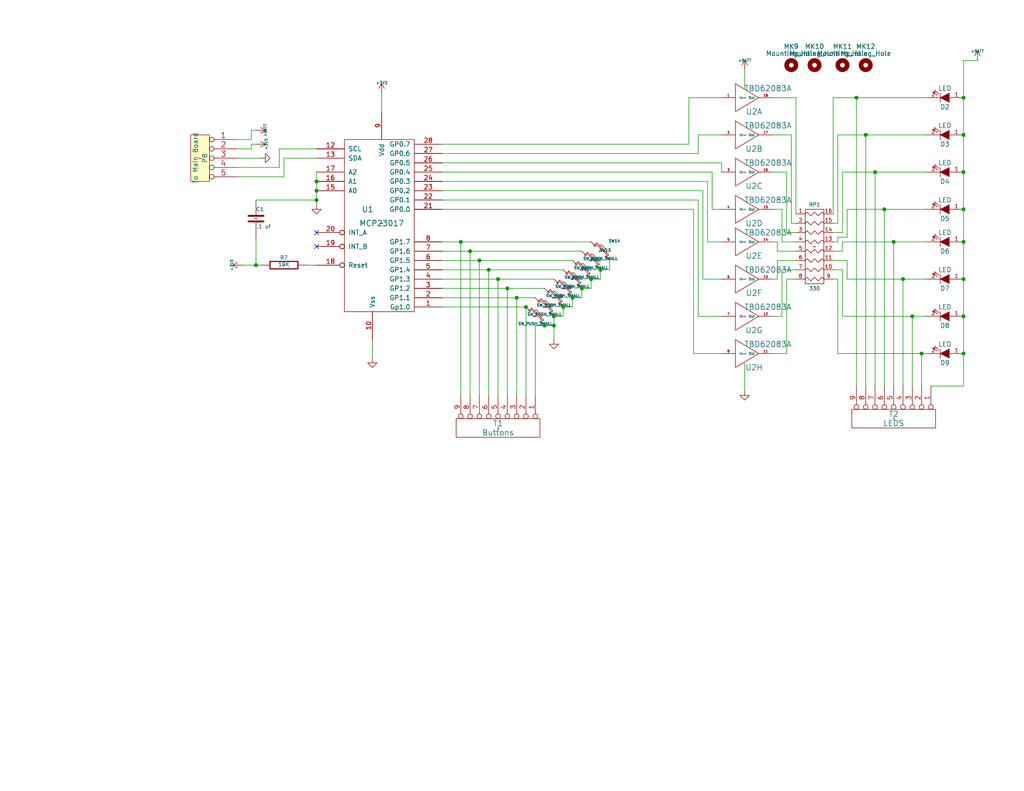
<source format=kicad_sch>
(kicad_sch (version 20211123) (generator eeschema)
  (paper "USLetter")
  (title_block (title "ESP32-S3-WROOM-ControlStand") (date "2022-07-25") (rev "1.0") (company "Deepwoods Software") (comment 1 "Button Led Panel 1"))
  (lib_symbols
    (symbol "ESP32-S3-WROOM-ControlStand-rescue:+3.3V" (power) (pin_names (offset 0))
      (property "Value" "+3.3V" (at 0 3.556 0))
      (symbol "+3.3V_0_1"
        (polyline (pts (xy -0.762 1.27) (xy 0 2.54)))
        (polyline (pts (xy 0 0) (xy 0 2.54)))
        (polyline (pts (xy 0 2.54) (xy 0.762 1.27)))
      )
      (symbol "+3.3V_1_1"
        (pin power_in line (at 0 0 90) (length 0) hide (name "+3V3") (number "1"))
      )
    )
    (symbol "ESP32-S3-WROOM-ControlStand-rescue:+BATT" (power) (pin_names (offset 0))
      (property "Value" "+BATT" (at 0 3.556 0))
      (symbol "+BATT_0_1"
        (polyline (pts (xy -0.762 1.27) (xy 0 2.54)))
        (polyline (pts (xy 0 0) (xy 0 2.54)))
        (polyline (pts (xy 0 2.54) (xy 0.762 1.27)))
      )
      (symbol "+BATT_1_1"
        (pin power_in line (at 0 0 90) (length 0) hide (name "+BATT") (number "1"))
      )
    )
    (symbol "ESP32-S3-WROOM-ControlStand-rescue:C-RESCUE-ESP32ControlStand" (pin_numbers hide) (pin_names (offset 0.254))
      (property "Reference" "C" (at 0 2.54 0))
      (property "Value" "C-RESCUE-ESP32ControlStand" (at 0.1524 -2.159 0))
      (symbol "C-RESCUE-ESP32ControlStand_0_1"
        (polyline (pts (xy -2.032 -0.762) (xy 2.032 -0.762)) (stroke (width 0.508)))
        (polyline (pts (xy -2.032 0.762) (xy 2.032 0.762)) (stroke (width 0.508)))
      )
      (symbol "C-RESCUE-ESP32ControlStand_1_1"
        (pin passive line (at 0 5.08 270) (length 4.318) (name "~") (number "1"))
        (pin passive line (at 0 -5.08 90) (length 4.318) (name "~") (number "2"))
      )
    )
    (symbol "ESP32-S3-WROOM-ControlStand-rescue:CONN_5" (pin_names (offset 1.016))
      (property "Reference" "P" (at -1.27 0 90))
      (property "Value" "CONN_5" (at 1.27 0 90))
      (symbol "CONN_5_0_1"
        (rectangle (start -2.54 6.35) (end 2.54 -6.35) (fill (type background)))
      )
      (symbol "CONN_5_1_1"
        (pin passive inverted (at -10.16 5.08 0) (length 7.62) (name "~") (number "1"))
        (pin passive inverted (at -10.16 2.54 0) (length 7.62) (name "~") (number "2"))
        (pin passive inverted (at -10.16 0 0) (length 7.62) (name "~") (number "3"))
        (pin passive inverted (at -10.16 -2.54 0) (length 7.62) (name "~") (number "4"))
        (pin passive inverted (at -10.16 -5.08 0) (length 7.62) (name "~") (number "5"))
      )
    )
    (symbol "ESP32-S3-WROOM-ControlStand-rescue:CONN_9" (pin_names (offset 1.016) hide)
      (property "Reference" "P" (at -1.27 0 90))
      (property "Value" "CONN_9" (at 1.27 0 90))
      (symbol "CONN_9_0_1"
        (rectangle (start -2.54 11.43) (end 2.54 -11.43))
      )
      (symbol "CONN_9_1_1"
        (pin passive inverted (at -8.89 10.16 0) (length 6.35) (name "P1") (number "1"))
        (pin passive inverted (at -8.89 7.62 0) (length 6.35) (name "P2") (number "2"))
        (pin passive inverted (at -8.89 5.08 0) (length 6.35) (name "P3") (number "3"))
        (pin passive inverted (at -8.89 2.54 0) (length 6.35) (name "P4") (number "4"))
        (pin passive inverted (at -8.89 0 0) (length 6.35) (name "P5") (number "5"))
        (pin passive inverted (at -8.89 -2.54 0) (length 6.35) (name "P6") (number "6"))
        (pin passive inverted (at -8.89 -5.08 0) (length 6.35) (name "P7") (number "7"))
        (pin passive inverted (at -8.89 -7.62 0) (length 6.35) (name "P8") (number "8"))
        (pin passive inverted (at -8.89 -10.16 0) (length 6.35) (name "P9") (number "9"))
      )
    )
    (symbol "ESP32-S3-WROOM-ControlStand-rescue:GND" (power) (pin_names (offset 0))
      (property "Value" "GND" (at 0 -3.81 0))
      (symbol "GND_0_1"
        (polyline (pts (xy 0 0) (xy 0 -1.27) (xy 1.27 -1.27) (xy 0 -2.54) (xy -1.27 -1.27) (xy 0 -1.27)))
      )
      (symbol "GND_1_1"
        (pin power_in line (at 0 0 270) (length 0) hide (name "GND") (number "1"))
      )
    )
    (symbol "ESP32-S3-WROOM-ControlStand-rescue:LED-RESCUE-ESP32ControlStand" (pin_names (offset 1.016) hide)
      (property "Reference" "D" (at 0 2.54 0))
      (property "Value" "LED-RESCUE-ESP32ControlStand" (at 0 -2.54 0))
      (symbol "LED-RESCUE-ESP32ControlStand_0_1"
        (polyline (pts (xy 1.27 1.27) (xy 1.27 -1.27)))
        (polyline (pts (xy -1.27 1.27) (xy 1.27 0) (xy -1.27 -1.27)) (fill (type outline)))
        (polyline (pts (xy 1.651 -1.016) (xy 2.794 -2.032) (xy 2.667 -1.397)))
        (polyline (pts (xy 2.032 -0.635) (xy 3.175 -1.651) (xy 3.048 -1.016)))
      )
      (symbol "LED-RESCUE-ESP32ControlStand_1_1"
        (pin passive line (at -5.08 0 0) (length 3.81) (name "A") (number "1"))
        (pin passive line (at 5.08 0 180) (length 3.81) (name "K") (number "2"))
      )
    )
    (symbol "ESP32-S3-WROOM-ControlStand-rescue:MCP23017-RESCUE-ESP32ControlStand" (pin_names (offset 1.016))
      (property "Reference" "U" (at -3.81 3.81 0))
      (property "Value" "MCP23017-RESCUE-ESP32ControlStand" (at 0 0 0))
      (symbol "MCP23017-RESCUE-ESP32ControlStand_0_1"
        (rectangle (start -10.16 22.86) (end 8.89 -24.13))
      )
      (symbol "MCP23017-RESCUE-ESP32ControlStand_1_1"
        (pin bidirectional line (at 16.51 -22.86 180) (length 7.62) (name "Gp1.0") (number "1"))
        (pin power_in line (at -2.54 -31.75 90) (length 7.62) (name "Vss") (number "10"))
        (pin input line (at -17.78 20.32 0) (length 7.62) (name "SCL") (number "12"))
        (pin bidirectional line (at -17.78 17.78 0) (length 7.62) (name "SDA") (number "13"))
        (pin input line (at -17.78 8.89 0) (length 7.62) (name "A0") (number "15"))
        (pin input line (at -17.78 11.43 0) (length 7.62) (name "A1") (number "16"))
        (pin input line (at -17.78 13.97 0) (length 7.62) (name "A2") (number "17"))
        (pin output inverted (at -17.78 -11.43 0) (length 7.62) (name "Reset") (number "18"))
        (pin output inverted (at -17.78 -6.35 0) (length 7.62) (name "INT_B") (number "19"))
        (pin bidirectional line (at 16.51 -20.32 180) (length 7.62) (name "GP1.1") (number "2"))
        (pin output inverted (at -17.78 -2.54 0) (length 7.62) (name "INT_A") (number "20"))
        (pin bidirectional line (at 16.51 3.81 180) (length 7.62) (name "GP0.0") (number "21"))
        (pin bidirectional line (at 16.51 6.35 180) (length 7.62) (name "GP0.1") (number "22"))
        (pin bidirectional line (at 16.51 8.89 180) (length 7.62) (name "GP0.2") (number "23"))
        (pin bidirectional line (at 16.51 11.43 180) (length 7.62) (name "GP0.3") (number "24"))
        (pin bidirectional line (at 16.51 13.97 180) (length 7.62) (name "GP0.4") (number "25"))
        (pin bidirectional line (at 16.51 16.51 180) (length 7.62) (name "GP0.5") (number "26"))
        (pin bidirectional line (at 16.51 19.05 180) (length 7.62) (name "GP0.6") (number "27"))
        (pin bidirectional line (at 16.51 21.59 180) (length 7.62) (name "GP0.7") (number "28"))
        (pin bidirectional line (at 16.51 -17.78 180) (length 7.62) (name "GP1.2") (number "3"))
        (pin bidirectional line (at 16.51 -15.24 180) (length 7.62) (name "GP1.3") (number "4"))
        (pin bidirectional line (at 16.51 -12.7 180) (length 7.62) (name "GP1.4") (number "5"))
        (pin bidirectional line (at 16.51 -10.16 180) (length 7.62) (name "GP1.5") (number "6"))
        (pin bidirectional line (at 16.51 -7.62 180) (length 7.62) (name "GP1.6") (number "7"))
        (pin bidirectional line (at 16.51 -5.08 180) (length 7.62) (name "GP1.7") (number "8"))
        (pin power_in line (at 0 30.48 270) (length 7.62) (name "Vdd") (number "9"))
      )
    )
    (symbol "ESP32-S3-WROOM-ControlStand-rescue:Mounting_Hole" (pin_names (offset 1.016))
      (property "Reference" "MK" (at 0 5.08 0))
      (property "Value" "Mounting_Hole" (at 0 3.175 0))
      (symbol "Mounting_Hole_0_1"
        (circle (center 0 0) (radius 1.27) (stroke (width 1.27)))
      )
    )
    (symbol "ESP32-S3-WROOM-ControlStand-rescue:R-RESCUE-ESP32ControlStand" (pin_numbers hide) (pin_names (offset 0))
      (property "Reference" "R" (at 2.032 0 90))
      (property "Value" "R-RESCUE-ESP32ControlStand" (at 0.1778 0.0254 90))
      (symbol "R-RESCUE-ESP32ControlStand_0_1"
        (rectangle (start -1.016 3.81) (end 1.016 -3.81) (stroke (width 0.3048)))
      )
      (symbol "R-RESCUE-ESP32ControlStand_1_1"
        (pin passive line (at 0 6.35 270) (length 2.54) (name "~") (number "1"))
        (pin passive line (at 0 -6.35 90) (length 2.54) (name "~") (number "2"))
      )
    )
    (symbol "ESP32-S3-WROOM-ControlStand-rescue:R_PACK8" (pin_names hide)
      (property "Reference" "RP" (at 0 11.43 0))
      (property "Value" "R_PACK8" (at 0 -11.43 0))
      (symbol "R_PACK8_0_1"
        (rectangle (start -2.54 10.16) (end 2.54 -10.16))
        (polyline (pts (xy -2.54 -8.89) (xy -2.032 -8.382) (xy -1.016 -9.398) (xy 0 -8.382) (xy 1.016 -9.398) (xy 2.032 -8.382) (xy 2.54 -8.89)))
        (polyline (pts (xy -2.54 -6.35) (xy -2.032 -5.842) (xy -1.016 -6.858) (xy 0 -5.842) (xy 1.016 -6.858) (xy 2.032 -5.842) (xy 2.54 -6.35)))
        (polyline (pts (xy -2.54 -3.81) (xy -2.032 -3.302) (xy -1.016 -4.318) (xy 0 -3.302) (xy 1.016 -4.318) (xy 2.032 -3.302) (xy 2.54 -3.81)))
        (polyline (pts (xy -2.54 -1.27) (xy -2.032 -0.762) (xy -1.016 -1.778) (xy 0 -0.762) (xy 1.016 -1.778) (xy 2.032 -0.762) (xy 2.54 -1.27)))
        (polyline (pts (xy -2.54 1.27) (xy -2.032 1.778) (xy -1.016 0.762) (xy 0 1.778) (xy 1.016 0.762) (xy 2.032 1.778) (xy 2.54 1.27)))
        (polyline (pts (xy -2.54 3.81) (xy -2.032 4.318) (xy -1.016 3.302) (xy 0 4.318) (xy 1.016 3.302) (xy 2.032 4.318) (xy 2.54 3.81)))
        (polyline (pts (xy -2.54 6.35) (xy -2.032 6.858) (xy -1.016 5.842) (xy 0 6.858) (xy 1.016 5.842) (xy 2.032 6.858) (xy 2.54 6.35)))
        (polyline (pts (xy -2.54 8.89) (xy -2.032 9.398) (xy -1.016 8.382) (xy 0 9.398) (xy 1.016 8.382) (xy 2.032 9.398) (xy 2.54 8.89)))
      )
      (symbol "R_PACK8_1_1"
        (pin passive line (at -5.08 8.89 0) (length 2.54) (name "P1") (number "1"))
        (pin passive line (at 5.08 -6.35 180) (length 2.54) (name "R7") (number "10"))
        (pin passive line (at 5.08 -3.81 180) (length 2.54) (name "R6") (number "11"))
        (pin passive line (at 5.08 -1.27 180) (length 2.54) (name "R5") (number "12"))
        (pin passive line (at 5.08 1.27 180) (length 2.54) (name "R4") (number "13"))
        (pin passive line (at 5.08 3.81 180) (length 2.54) (name "R3") (number "14"))
        (pin passive line (at 5.08 6.35 180) (length 2.54) (name "R2") (number "15"))
        (pin passive line (at 5.08 8.89 180) (length 2.54) (name "R1") (number "16"))
        (pin passive line (at -5.08 6.35 0) (length 2.54) (name "P2") (number "2"))
        (pin passive line (at -5.08 3.81 0) (length 2.54) (name "P3") (number "3"))
        (pin passive line (at -5.08 1.27 0) (length 2.54) (name "P4") (number "4"))
        (pin passive line (at -5.08 -1.27 0) (length 2.54) (name "P5") (number "5"))
        (pin passive line (at -5.08 -3.81 0) (length 2.54) (name "P6") (number "6"))
        (pin passive line (at -5.08 -6.35 0) (length 2.54) (name "P7") (number "7"))
        (pin passive line (at -5.08 -8.89 0) (length 2.54) (name "P8") (number "8"))
        (pin passive line (at 5.08 -8.89 180) (length 2.54) (name "R8") (number "9"))
      )
    )
    (symbol "ESP32-S3-WROOM-ControlStand-rescue:SW_PUSH_SMALL" (pin_numbers hide) (pin_names (offset 1.016) hide)
      (property "Reference" "SW" (at 3.81 2.794 0))
      (property "Value" "SW_PUSH_SMALL" (at 0 -2.0066 0))
      (symbol "SW_PUSH_SMALL_0_1"
        (circle (center -1.524 1.524) (radius 0.254))
        (polyline (pts (xy -2.54 2.54) (xy -1.524 1.524) (xy -1.524 1.524)))
        (polyline (pts (xy 1.524 -1.524) (xy 2.54 -2.54) (xy 2.54 -2.54) (xy 2.54 -2.54)))
        (polyline (pts (xy -0.254 1.524) (xy 0.254 1.778) (xy 1.778 0.254) (xy 1.524 -0.254) (xy 1.524 -0.254) (xy 1.524 -0.254)))
        (polyline (pts (xy -1.27 2.032) (xy 2.032 -1.27) (xy 2.286 -1.016) (xy -1.016 2.286) (xy -1.27 2.032) (xy -1.27 2.032) (xy -1.27 2.032)))
        (circle (center 1.524 -1.524) (radius 0.254))
        (pin passive line (at -2.54 2.54 0) (length 0) (name "1") (number "1"))
        (pin passive line (at 2.54 -2.54 180) (length 0) (name "2") (number "2"))
      )
    )
    (symbol "ESP32-S3-WROOM-ControlStand-rescue:TBD62083A" (pin_names (offset 1.016))
      (property "Reference" "U" (at 2.54 -3.81 0))
      (property "Value" "TBD62083A" (at 6.35 2.54 0))
      (symbol "TBD62083A_0_1"
        (polyline (pts (xy -2.54 3.81) (xy 3.81 0) (xy -2.54 -3.81) (xy -2.54 3.81)))
        (pin unspecified line (at 0 2.54 0) (length 0) hide (name "OC") (number "10"))
        (pin unspecified line (at 0 -2.54 0) (length 0) hide (name "IC") (number "9"))
      )
      (symbol "TBD62083A_1_1"
        (pin input line (at -6.35 0 0) (length 3.81) (name "In") (number "1"))
        (pin output line (at 7.62 0 180) (length 3.81) (name "Out") (number "18"))
      )
      (symbol "TBD62083A_2_1"
        (pin output line (at 7.62 0 180) (length 3.81) (name "Out") (number "17"))
        (pin input line (at -6.35 0 0) (length 3.81) (name "In") (number "2"))
      )
      (symbol "TBD62083A_3_1"
        (pin output line (at 7.62 0 180) (length 3.81) (name "Out") (number "16"))
        (pin input line (at -6.35 0 0) (length 3.81) (name "In") (number "3"))
      )
      (symbol "TBD62083A_4_1"
        (pin output line (at 7.62 0 180) (length 3.81) (name "Out") (number "15"))
        (pin input line (at -6.35 0 0) (length 3.81) (name "In") (number "4"))
      )
      (symbol "TBD62083A_5_1"
        (pin output line (at 7.62 0 180) (length 3.81) (name "Out") (number "14"))
        (pin input line (at -6.35 0 0) (length 3.81) (name "In") (number "5"))
      )
      (symbol "TBD62083A_6_1"
        (pin output line (at 7.62 0 180) (length 3.81) (name "Out") (number "13"))
        (pin input line (at -6.35 0 0) (length 3.81) (name "In") (number "6"))
      )
      (symbol "TBD62083A_7_1"
        (pin output line (at 7.62 0 180) (length 3.81) (name "Out") (number "12"))
        (pin input line (at -6.35 0 0) (length 3.81) (name "In") (number "7"))
      )
      (symbol "TBD62083A_8_1"
        (pin output line (at 7.62 0 180) (length 3.81) (name "Out") (number "11"))
        (pin input line (at -6.35 0 0) (length 3.81) (name "In") (number "8"))
      )
    )
  )
  (junction (at 86.36 54.61))
  (junction (at 140.97 81.28))
  (junction (at 233.68 26.67))
  (junction (at 151.13 86.36))
  (junction (at 236.22 36.83))
  (junction (at 262.89 36.83))
  (junction (at 138.43 78.74))
  (junction (at 128.27 68.58))
  (junction (at 158.75 78.74))
  (junction (at 262.89 86.36))
  (junction (at 251.46 96.52))
  (junction (at 69.85 72.39))
  (junction (at 148.59 88.9))
  (junction (at 86.36 52.07))
  (junction (at 130.81 71.12))
  (junction (at 262.89 57.15))
  (junction (at 125.73 66.04))
  (junction (at 243.84 66.04))
  (junction (at 248.92 86.36))
  (junction (at 86.36 49.53))
  (junction (at 133.35 73.66))
  (junction (at 143.51 83.82))
  (junction (at 246.38 76.2))
  (junction (at 262.89 26.67))
  (junction (at 238.76 46.99))
  (junction (at 156.21 81.28))
  (junction (at 262.89 66.04))
  (junction (at 262.89 76.2))
  (junction (at 262.89 96.52))
  (junction (at 241.3 57.15))
  (junction (at 151.13 88.9))
  (junction (at 163.83 73.66))
  (junction (at 135.89 76.2))
  (junction (at 153.67 83.82))
  (junction (at 161.29 76.2))
  (junction (at 262.89 46.99))
  (no_connect (at 86.36 67.31))
  (no_connect (at 86.36 63.5))
  (wire (pts (xy 69.85 54.61) (xy 86.36 54.61)))
  (wire (pts (xy 252.73 57.15) (xy 241.3 57.15)))
  (wire (pts (xy 243.84 105.41) (xy 243.84 66.04)))
  (wire (pts (xy 69.85 64.77) (xy 69.85 72.39)))
  (wire (pts (xy 210.82 76.2) (xy 212.09 76.2)))
  (wire (pts (xy 248.92 86.36) (xy 252.73 86.36)))
  (wire (pts (xy 125.73 107.95) (xy 125.73 66.04)))
  (wire (pts (xy 229.87 66.04) (xy 229.87 68.58)))
  (wire (pts (xy 120.65 46.99) (xy 194.31 46.99)))
  (wire (pts (xy 158.75 78.74) (xy 158.75 81.28)))
  (wire (pts (xy 217.17 58.42) (xy 217.17 26.67)))
  (wire (pts (xy 156.21 83.82) (xy 153.67 83.82)))
  (wire (pts (xy 236.22 105.41) (xy 236.22 36.83)))
  (wire (pts (xy 156.21 81.28) (xy 156.21 83.82)))
  (wire (pts (xy 251.46 105.41) (xy 251.46 96.52)))
  (wire (pts (xy 233.68 105.41) (xy 233.68 26.67)))
  (wire (pts (xy 217.17 26.67) (xy 210.82 26.67)))
  (wire (pts (xy 64.77 48.26) (xy 77.47 48.26)))
  (wire (pts (xy 153.67 86.36) (xy 151.13 86.36)))
  (wire (pts (xy 243.84 66.04) (xy 252.73 66.04)))
  (wire (pts (xy 194.31 57.15) (xy 196.85 57.15)))
  (wire (pts (xy 120.65 57.15) (xy 189.23 57.15)))
  (wire (pts (xy 229.87 46.99) (xy 238.76 46.99)))
  (wire (pts (xy 196.85 44.45) (xy 196.85 46.99)))
  (wire (pts (xy 77.47 48.26) (xy 77.47 43.18)))
  (wire (pts (xy 135.89 107.95) (xy 135.89 76.2)))
  (wire (pts (xy 233.68 26.67) (xy 252.73 26.67)))
  (wire (pts (xy 248.92 105.41) (xy 248.92 86.36)))
  (wire (pts (xy 64.77 38.1) (xy 68.58 38.1)))
  (wire (pts (xy 151.13 76.2) (xy 135.89 76.2)))
  (wire (pts (xy 120.65 83.82) (xy 143.51 83.82)))
  (wire (pts (xy 227.33 58.42) (xy 227.33 26.67)))
  (wire (pts (xy 190.5 54.61) (xy 190.5 86.36)))
  (wire (pts (xy 86.36 52.07) (xy 86.36 54.61)))
  (wire (pts (xy 231.14 71.12) (xy 227.33 71.12)))
  (wire (pts (xy 146.05 107.95) (xy 146.05 88.9)))
  (wire (pts (xy 146.05 81.28) (xy 140.97 81.28)))
  (wire (pts (xy 194.31 46.99) (xy 194.31 57.15)))
  (wire (pts (xy 203.2 19.05) (xy 203.2 24.13)))
  (wire (pts (xy 187.96 26.67) (xy 196.85 26.67)))
  (wire (pts (xy 120.65 52.07) (xy 191.77 52.07)))
  (wire (pts (xy 262.89 66.04) (xy 262.89 76.2)))
  (wire (pts (xy 213.36 73.66) (xy 217.17 73.66)))
  (wire (pts (xy 86.36 54.61) (xy 86.36 55.88)))
  (wire (pts (xy 68.58 40.64) (xy 68.58 39.37)))
  (wire (pts (xy 231.14 57.15) (xy 231.14 64.77)))
  (wire (pts (xy 125.73 66.04) (xy 120.65 66.04)))
  (wire (pts (xy 238.76 46.99) (xy 252.73 46.99)))
  (wire (pts (xy 229.87 66.04) (xy 243.84 66.04)))
  (wire (pts (xy 246.38 105.41) (xy 246.38 76.2)))
  (wire (pts (xy 228.6 36.83) (xy 228.6 60.96)))
  (wire (pts (xy 212.09 66.04) (xy 212.09 68.58)))
  (wire (pts (xy 104.14 25.4) (xy 104.14 30.48)))
  (wire (pts (xy 161.29 78.74) (xy 158.75 78.74)))
  (wire (pts (xy 101.6 92.71) (xy 101.6 97.79)))
  (wire (pts (xy 215.9 60.96) (xy 217.17 60.96)))
  (wire (pts (xy 76.2 45.72) (xy 76.2 40.64)))
  (wire (pts (xy 187.96 39.37) (xy 187.96 26.67)))
  (wire (pts (xy 64.77 40.64) (xy 68.58 40.64)))
  (wire (pts (xy 158.75 81.28) (xy 156.21 81.28)))
  (wire (pts (xy 203.2 99.06) (xy 203.2 106.68)))
  (wire (pts (xy 189.23 57.15) (xy 189.23 96.52)))
  (wire (pts (xy 214.63 63.5) (xy 217.17 63.5)))
  (wire (pts (xy 262.89 36.83) (xy 262.89 46.99)))
  (wire (pts (xy 140.97 81.28) (xy 120.65 81.28)))
  (wire (pts (xy 231.14 71.12) (xy 231.14 76.2)))
  (wire (pts (xy 212.09 76.2) (xy 212.09 71.12)))
  (wire (pts (xy 262.89 16.51) (xy 262.89 26.67)))
  (wire (pts (xy 227.33 26.67) (xy 233.68 26.67)))
  (wire (pts (xy 228.6 64.77) (xy 228.6 66.04)))
  (wire (pts (xy 77.47 43.18) (xy 86.36 43.18)))
  (wire (pts (xy 214.63 46.99) (xy 214.63 63.5)))
  (wire (pts (xy 262.89 16.51) (xy 266.7 16.51)))
  (wire (pts (xy 193.04 66.04) (xy 196.85 66.04)))
  (wire (pts (xy 128.27 107.95) (xy 128.27 68.58)))
  (wire (pts (xy 130.81 71.12) (xy 120.65 71.12)))
  (wire (pts (xy 212.09 71.12) (xy 217.17 71.12)))
  (wire (pts (xy 228.6 66.04) (xy 227.33 66.04)))
  (wire (pts (xy 68.58 38.1) (xy 68.58 35.56)))
  (wire (pts (xy 138.43 107.95) (xy 138.43 78.74)))
  (wire (pts (xy 231.14 76.2) (xy 246.38 76.2)))
  (wire (pts (xy 120.65 54.61) (xy 190.5 54.61)))
  (wire (pts (xy 140.97 107.95) (xy 140.97 81.28)))
  (wire (pts (xy 120.65 39.37) (xy 187.96 39.37)))
  (wire (pts (xy 190.5 86.36) (xy 196.85 86.36)))
  (wire (pts (xy 143.51 83.82) (xy 143.51 107.95)))
  (wire (pts (xy 229.87 86.36) (xy 248.92 86.36)))
  (wire (pts (xy 241.3 57.15) (xy 231.14 57.15)))
  (wire (pts (xy 138.43 78.74) (xy 120.65 78.74)))
  (wire (pts (xy 69.85 72.39) (xy 66.04 72.39)))
  (wire (pts (xy 133.35 73.66) (xy 120.65 73.66)))
  (wire (pts (xy 163.83 73.66) (xy 163.83 76.2)))
  (wire (pts (xy 161.29 76.2) (xy 161.29 78.74)))
  (wire (pts (xy 214.63 46.99) (xy 210.82 46.99)))
  (wire (pts (xy 229.87 63.5) (xy 227.33 63.5)))
  (wire (pts (xy 76.2 40.64) (xy 86.36 40.64)))
  (wire (pts (xy 228.6 36.83) (xy 236.22 36.83)))
  (wire (pts (xy 86.36 46.99) (xy 86.36 49.53)))
  (wire (pts (xy 193.04 49.53) (xy 193.04 66.04)))
  (wire (pts (xy 86.36 49.53) (xy 86.36 52.07)))
  (wire (pts (xy 262.89 76.2) (xy 262.89 86.36)))
  (wire (pts (xy 229.87 73.66) (xy 229.87 86.36)))
  (wire (pts (xy 191.77 76.2) (xy 196.85 76.2)))
  (wire (pts (xy 231.14 64.77) (xy 228.6 64.77)))
  (wire (pts (xy 213.36 66.04) (xy 217.17 66.04)))
  (wire (pts (xy 148.59 88.9) (xy 151.13 88.9)))
  (wire (pts (xy 238.76 105.41) (xy 238.76 46.99)))
  (wire (pts (xy 120.65 49.53) (xy 193.04 49.53)))
  (wire (pts (xy 190.5 36.83) (xy 196.85 36.83)))
  (wire (pts (xy 262.89 105.41) (xy 254 105.41)))
  (wire (pts (xy 214.63 76.2) (xy 217.17 76.2)))
  (wire (pts (xy 262.89 46.99) (xy 262.89 57.15)))
  (wire (pts (xy 210.82 66.04) (xy 212.09 66.04)))
  (wire (pts (xy 228.6 76.2) (xy 228.6 96.52)))
  (wire (pts (xy 190.5 41.91) (xy 190.5 36.83)))
  (wire (pts (xy 120.65 44.45) (xy 196.85 44.45)))
  (wire (pts (xy 166.37 73.66) (xy 163.83 73.66)))
  (wire (pts (xy 229.87 46.99) (xy 229.87 63.5)))
  (wire (pts (xy 215.9 36.83) (xy 210.82 36.83)))
  (wire (pts (xy 228.6 60.96) (xy 227.33 60.96)))
  (wire (pts (xy 212.09 68.58) (xy 217.17 68.58)))
  (wire (pts (xy 241.3 105.41) (xy 241.3 57.15)))
  (wire (pts (xy 161.29 66.04) (xy 125.73 66.04)))
  (wire (pts (xy 215.9 36.83) (xy 215.9 60.96)))
  (wire (pts (xy 213.36 86.36) (xy 213.36 73.66)))
  (wire (pts (xy 68.58 39.37) (xy 69.85 39.37)))
  (wire (pts (xy 120.65 41.91) (xy 190.5 41.91)))
  (wire (pts (xy 236.22 36.83) (xy 252.73 36.83)))
  (wire (pts (xy 213.36 57.15) (xy 213.36 66.04)))
  (wire (pts (xy 227.33 73.66) (xy 229.87 73.66)))
  (wire (pts (xy 262.89 57.15) (xy 262.89 66.04)))
  (wire (pts (xy 71.12 43.18) (xy 64.77 43.18)))
  (wire (pts (xy 246.38 76.2) (xy 252.73 76.2)))
  (wire (pts (xy 71.12 72.39) (xy 69.85 72.39)))
  (wire (pts (xy 163.83 76.2) (xy 161.29 76.2)))
  (wire (pts (xy 151.13 86.36) (xy 151.13 88.9)))
  (wire (pts (xy 191.77 52.07) (xy 191.77 76.2)))
  (wire (pts (xy 146.05 88.9) (xy 148.59 88.9)))
  (wire (pts (xy 86.36 72.39) (xy 83.82 72.39)))
  (wire (pts (xy 262.89 26.67) (xy 262.89 36.83)))
  (wire (pts (xy 133.35 107.95) (xy 133.35 73.66)))
  (wire (pts (xy 210.82 57.15) (xy 213.36 57.15)))
  (wire (pts (xy 262.89 96.52) (xy 262.89 105.41)))
  (wire (pts (xy 189.23 96.52) (xy 196.85 96.52)))
  (wire (pts (xy 156.21 71.12) (xy 130.81 71.12)))
  (wire (pts (xy 130.81 107.95) (xy 130.81 71.12)))
  (wire (pts (xy 210.82 86.36) (xy 213.36 86.36)))
  (wire (pts (xy 148.59 78.74) (xy 138.43 78.74)))
  (wire (pts (xy 64.77 45.72) (xy 76.2 45.72)))
  (wire (pts (xy 228.6 96.52) (xy 251.46 96.52)))
  (wire (pts (xy 229.87 68.58) (xy 227.33 68.58)))
  (wire (pts (xy 227.33 76.2) (xy 228.6 76.2)))
  (wire (pts (xy 158.75 68.58) (xy 128.27 68.58)))
  (wire (pts (xy 210.82 96.52) (xy 214.63 96.52)))
  (wire (pts (xy 153.67 83.82) (xy 153.67 86.36)))
  (wire (pts (xy 151.13 88.9) (xy 151.13 92.71)))
  (wire (pts (xy 153.67 73.66) (xy 133.35 73.66)))
  (wire (pts (xy 68.58 35.56) (xy 69.85 35.56)))
  (wire (pts (xy 214.63 96.52) (xy 214.63 76.2)))
  (wire (pts (xy 262.89 86.36) (xy 262.89 96.52)))
  (wire (pts (xy 128.27 68.58) (xy 120.65 68.58)))
  (wire (pts (xy 166.37 71.12) (xy 166.37 73.66)))
  (wire (pts (xy 135.89 76.2) (xy 120.65 76.2)))
  (wire (pts (xy 251.46 96.52) (xy 252.73 96.52)))
  (symbol (lib_id "ESP32-S3-WROOM-ControlStand-rescue:MCP23017-RESCUE-ESP32ControlStand") (at 104.14 60.96 0) (unit 1)
    (property "Reference" "U1" (at 100.33 57.15 0) (effects (font (size 1.524 1.524))))
    (property "Value" "MCP23017" (at 104.14 60.96 0) (effects (font (size 1.524 1.524))))
    (property "Footprint" "Housings_SOIC:SOIC-28W_7.5x17.9mm_Pitch1.27mm" (effects hide))
    (property "Datasheet" "~" (at 104.14 60.96 0) (effects (font (size 1.524 1.524))))
    (property "Mouser Part Number" "579-MCP23017-E/SO " (effects hide))
  )
  (symbol (lib_id "ESP32-S3-WROOM-ControlStand-rescue:TBD62083A") (at 203.2 26.67 0) (unit 1)
    (property "Reference" "U2" (at 205.74 30.48 0) (effects (font (size 1.524 1.524))))
    (property "Value" "TBD62083A" (at 209.55 24.13 0) (effects (font (size 1.524 1.524))))
    (property "Footprint" "Housings_SOIC:SOIC-18W_7.5x11.6mm_Pitch1.27mm" (effects hide))
    (property "Datasheet" "~" (at 203.2 26.67 0) (effects (font (size 1.524 1.524))))
    (property "Mouser Part Number" "757-TBD62083AFG" (effects hide))
  )
  (symbol (lib_id "ESP32-S3-WROOM-ControlStand-rescue:TBD62083A") (at 203.2 36.83 0) (unit 2)
    (property "Reference" "U2" (at 205.74 40.64 0) (effects (font (size 1.524 1.524))))
    (property "Value" "TBD62083A" (at 209.55 34.29 0) (effects (font (size 1.524 1.524))))
    (property "Footprint" "Housings_SOIC:SOIC-18W_7.5x11.6mm_Pitch1.27mm" (effects hide))
    (property "Datasheet" "~" (at 203.2 36.83 0) (effects (font (size 1.524 1.524))))
  )
  (symbol (lib_id "ESP32-S3-WROOM-ControlStand-rescue:TBD62083A") (at 203.2 46.99 0) (unit 3)
    (property "Reference" "U2" (at 205.74 50.8 0) (effects (font (size 1.524 1.524))))
    (property "Value" "TBD62083A" (at 209.55 44.45 0) (effects (font (size 1.524 1.524))))
    (property "Footprint" "Housings_SOIC:SOIC-18W_7.5x11.6mm_Pitch1.27mm" (effects hide))
    (property "Datasheet" "~" (at 203.2 46.99 0) (effects (font (size 1.524 1.524))))
  )
  (symbol (lib_id "ESP32-S3-WROOM-ControlStand-rescue:TBD62083A") (at 203.2 57.15 0) (unit 4)
    (property "Reference" "U2" (at 205.74 60.96 0) (effects (font (size 1.524 1.524))))
    (property "Value" "TBD62083A" (at 209.55 54.61 0) (effects (font (size 1.524 1.524))))
    (property "Footprint" "Housings_SOIC:SOIC-18W_7.5x11.6mm_Pitch1.27mm" (effects hide))
    (property "Datasheet" "~" (at 203.2 57.15 0) (effects (font (size 1.524 1.524))))
  )
  (symbol (lib_id "ESP32-S3-WROOM-ControlStand-rescue:TBD62083A") (at 203.2 66.04 0) (unit 5)
    (property "Reference" "U2" (at 205.74 69.85 0) (effects (font (size 1.524 1.524))))
    (property "Value" "TBD62083A" (at 209.55 63.5 0) (effects (font (size 1.524 1.524))))
    (property "Footprint" "Housings_SOIC:SOIC-18W_7.5x11.6mm_Pitch1.27mm" (effects hide))
    (property "Datasheet" "~" (at 203.2 66.04 0) (effects (font (size 1.524 1.524))))
  )
  (symbol (lib_id "ESP32-S3-WROOM-ControlStand-rescue:TBD62083A") (at 203.2 76.2 0) (unit 6)
    (property "Reference" "U2" (at 205.74 80.01 0) (effects (font (size 1.524 1.524))))
    (property "Value" "TBD62083A" (at 209.55 73.66 0) (effects (font (size 1.524 1.524))))
    (property "Footprint" "Housings_SOIC:SOIC-18W_7.5x11.6mm_Pitch1.27mm" (effects hide))
    (property "Datasheet" "~" (at 203.2 76.2 0) (effects (font (size 1.524 1.524))))
  )
  (symbol (lib_id "ESP32-S3-WROOM-ControlStand-rescue:TBD62083A") (at 203.2 86.36 0) (unit 7)
    (property "Reference" "U2" (at 205.74 90.17 0) (effects (font (size 1.524 1.524))))
    (property "Value" "TBD62083A" (at 209.55 83.82 0) (effects (font (size 1.524 1.524))))
    (property "Footprint" "Housings_SOIC:SOIC-18W_7.5x11.6mm_Pitch1.27mm" (effects hide))
    (property "Datasheet" "~" (at 203.2 86.36 0) (effects (font (size 1.524 1.524))))
  )
  (symbol (lib_id "ESP32-S3-WROOM-ControlStand-rescue:TBD62083A") (at 203.2 96.52 0) (unit 8)
    (property "Reference" "U2" (at 205.74 100.33 0) (effects (font (size 1.524 1.524))))
    (property "Value" "TBD62083A" (at 209.55 93.98 0) (effects (font (size 1.524 1.524))))
    (property "Footprint" "Housings_SOIC:SOIC-18W_7.5x11.6mm_Pitch1.27mm" (effects hide))
    (property "Datasheet" "~" (at 203.2 96.52 0) (effects (font (size 1.524 1.524))))
  )
  (symbol (lib_id "ESP32-S3-WROOM-ControlStand-rescue:SW_PUSH_SMALL") (at 163.83 68.58 0) (unit 1)
    (property "Reference" "SW14" (at 167.64 65.786 0) (effects (font (size 0.762 0.762))))
    (property "Value" "SW_PUSH_SMALL" (at 163.83 70.5866 0) (effects (font (size 0.762 0.762))))
    (property "Footprint" "Buttons_Switches_THT:SW_PUSH_6mm" (effects hide))
    (property "Datasheet" "~" (at 163.83 68.58 0) (effects (font (size 1.524 1.524))))
    (property "Mouser Part Number" "179-TS026660BK160LCR" (effects hide))
  )
  (symbol (lib_id "ESP32-S3-WROOM-ControlStand-rescue:SW_PUSH_SMALL") (at 161.29 71.12 0) (unit 1)
    (property "Reference" "SW13" (at 165.1 68.326 0) (effects (font (size 0.762 0.762))))
    (property "Value" "SW_PUSH_SMALL" (at 161.29 73.1266 0) (effects (font (size 0.762 0.762))))
    (property "Footprint" "Buttons_Switches_THT:SW_PUSH_6mm" (effects hide))
    (property "Datasheet" "~" (at 161.29 71.12 0) (effects (font (size 1.524 1.524))))
    (property "Mouser Part Number" "179-TS026660BK160LCR" (effects hide))
  )
  (symbol (lib_id "ESP32-S3-WROOM-ControlStand-rescue:SW_PUSH_SMALL") (at 158.75 73.66 0) (unit 1)
    (property "Reference" "SW12" (at 162.56 70.866 0) (effects (font (size 0.762 0.762))))
    (property "Value" "SW_PUSH_SMALL" (at 158.75 75.6666 0) (effects (font (size 0.762 0.762))))
    (property "Footprint" "Buttons_Switches_THT:SW_PUSH_6mm" (effects hide))
    (property "Datasheet" "~" (at 158.75 73.66 0) (effects (font (size 1.524 1.524))))
    (property "Mouser Part Number" "179-TS026660BK160LCR" (effects hide))
  )
  (symbol (lib_id "ESP32-S3-WROOM-ControlStand-rescue:SW_PUSH_SMALL") (at 146.05 86.36 0) (unit 1)
    (property "Reference" "SW7" (at 149.86 83.566 0) (effects (font (size 0.762 0.762))))
    (property "Value" "SW_PUSH_SMALL" (at 146.05 88.3666 0) (effects (font (size 0.762 0.762))))
    (property "Footprint" "Buttons_Switches_THT:SW_PUSH_6mm" (effects hide))
    (property "Datasheet" "~" (at 146.05 86.36 0) (effects (font (size 1.524 1.524))))
    (property "Mouser Part Number" "179-TS026660BK160LCR" (effects hide))
  )
  (symbol (lib_id "ESP32-S3-WROOM-ControlStand-rescue:SW_PUSH_SMALL") (at 156.21 76.2 0) (unit 1)
    (property "Reference" "SW11" (at 160.02 73.406 0) (effects (font (size 0.762 0.762))))
    (property "Value" "SW_PUSH_SMALL" (at 156.21 78.2066 0) (effects (font (size 0.762 0.762))))
    (property "Footprint" "Buttons_Switches_THT:SW_PUSH_6mm" (effects hide))
    (property "Datasheet" "~" (at 156.21 76.2 0) (effects (font (size 1.524 1.524))))
    (property "Mouser Part Number" "179-TS026660BK160LCR" (effects hide))
  )
  (symbol (lib_id "ESP32-S3-WROOM-ControlStand-rescue:SW_PUSH_SMALL") (at 151.13 81.28 0) (unit 1)
    (property "Reference" "SW9" (at 154.94 78.486 0) (effects (font (size 0.762 0.762))))
    (property "Value" "SW_PUSH_SMALL" (at 151.13 83.2866 0) (effects (font (size 0.762 0.762))))
    (property "Footprint" "Buttons_Switches_THT:SW_PUSH_6mm" (effects hide))
    (property "Datasheet" "~" (at 151.13 81.28 0) (effects (font (size 1.524 1.524))))
    (property "Mouser Part Number" "179-TS026660BK160LCR" (effects hide))
  )
  (symbol (lib_id "ESP32-S3-WROOM-ControlStand-rescue:SW_PUSH_SMALL") (at 153.67 78.74 0) (unit 1)
    (property "Reference" "SW10" (at 157.48 75.946 0) (effects (font (size 0.762 0.762))))
    (property "Value" "SW_PUSH_SMALL" (at 153.67 80.7466 0) (effects (font (size 0.762 0.762))))
    (property "Footprint" "Buttons_Switches_THT:SW_PUSH_6mm" (effects hide))
    (property "Datasheet" "~" (at 153.67 78.74 0) (effects (font (size 1.524 1.524))))
    (property "Mouser Part Number" "179-TS026660BK160LCR" (effects hide))
  )
  (symbol (lib_id "ESP32-S3-WROOM-ControlStand-rescue:SW_PUSH_SMALL") (at 148.59 83.82 0) (unit 1)
    (property "Reference" "SW8" (at 152.4 81.026 0) (effects (font (size 0.762 0.762))))
    (property "Value" "SW_PUSH_SMALL" (at 148.59 85.8266 0) (effects (font (size 0.762 0.762))))
    (property "Footprint" "Buttons_Switches_THT:SW_PUSH_6mm" (effects hide))
    (property "Datasheet" "~" (at 148.59 83.82 0) (effects (font (size 1.524 1.524))))
    (property "Mouser Part Number" "179-TS026660BK160LCR" (effects hide))
  )
  (symbol (lib_id "ESP32-S3-WROOM-ControlStand-rescue:GND") (at 151.13 92.71 0) (unit 1)
    (property "Reference" "#PWR021" (effects hide))
    (property "Value" "GND" (effects hide))
  )
  (symbol (lib_id "ESP32-S3-WROOM-ControlStand-rescue:LED-RESCUE-ESP32ControlStand") (at 257.81 26.67 180) (unit 1)
    (property "Reference" "D2" (at 257.81 29.21 0))
    (property "Value" "LED" (at 257.81 24.13 0))
    (property "Footprint" "LEDs:LED_D5.0mm" (effects hide))
    (property "Datasheet" "~" (at 257.81 26.67 0) (effects (font (size 1.524 1.524))))
  )
  (symbol (lib_id "ESP32-S3-WROOM-ControlStand-rescue:LED-RESCUE-ESP32ControlStand") (at 257.81 36.83 180) (unit 1)
    (property "Reference" "D3" (at 257.81 39.37 0))
    (property "Value" "LED" (at 257.81 34.29 0))
    (property "Footprint" "LEDs:LED_D5.0mm" (effects hide))
    (property "Datasheet" "~" (at 257.81 36.83 0) (effects (font (size 1.524 1.524))))
  )
  (symbol (lib_id "ESP32-S3-WROOM-ControlStand-rescue:LED-RESCUE-ESP32ControlStand") (at 257.81 46.99 180) (unit 1)
    (property "Reference" "D4" (at 257.81 49.53 0))
    (property "Value" "LED" (at 257.81 44.45 0))
    (property "Footprint" "LEDs:LED_D5.0mm" (effects hide))
    (property "Datasheet" "~" (at 257.81 46.99 0) (effects (font (size 1.524 1.524))))
  )
  (symbol (lib_id "ESP32-S3-WROOM-ControlStand-rescue:LED-RESCUE-ESP32ControlStand") (at 257.81 57.15 180) (unit 1)
    (property "Reference" "D5" (at 257.81 59.69 0))
    (property "Value" "LED" (at 257.81 54.61 0))
    (property "Footprint" "LEDs:LED_D5.0mm" (effects hide))
    (property "Datasheet" "~" (at 257.81 57.15 0) (effects (font (size 1.524 1.524))))
  )
  (symbol (lib_id "ESP32-S3-WROOM-ControlStand-rescue:LED-RESCUE-ESP32ControlStand") (at 257.81 66.04 180) (unit 1)
    (property "Reference" "D6" (at 257.81 68.58 0))
    (property "Value" "LED" (at 257.81 63.5 0))
    (property "Footprint" "LEDs:LED_D5.0mm" (effects hide))
    (property "Datasheet" "~" (at 257.81 66.04 0) (effects (font (size 1.524 1.524))))
  )
  (symbol (lib_id "ESP32-S3-WROOM-ControlStand-rescue:LED-RESCUE-ESP32ControlStand") (at 257.81 76.2 180) (unit 1)
    (property "Reference" "D7" (at 257.81 78.74 0))
    (property "Value" "LED" (at 257.81 73.66 0))
    (property "Footprint" "LEDs:LED_D5.0mm" (effects hide))
    (property "Datasheet" "~" (at 257.81 76.2 0) (effects (font (size 1.524 1.524))))
  )
  (symbol (lib_id "ESP32-S3-WROOM-ControlStand-rescue:LED-RESCUE-ESP32ControlStand") (at 257.81 86.36 180) (unit 1)
    (property "Reference" "D8" (at 257.81 88.9 0))
    (property "Value" "LED" (at 257.81 83.82 0))
    (property "Footprint" "LEDs:LED_D5.0mm" (effects hide))
    (property "Datasheet" "~" (at 257.81 86.36 0) (effects (font (size 1.524 1.524))))
  )
  (symbol (lib_id "ESP32-S3-WROOM-ControlStand-rescue:LED-RESCUE-ESP32ControlStand") (at 257.81 96.52 180) (unit 1)
    (property "Reference" "D9" (at 257.81 99.06 0))
    (property "Value" "LED" (at 257.81 93.98 0))
    (property "Footprint" "LEDs:LED_D5.0mm" (effects hide))
    (property "Datasheet" "~" (at 257.81 96.52 0) (effects (font (size 1.524 1.524))))
  )
  (symbol (lib_id "ESP32-S3-WROOM-ControlStand-rescue:R_PACK8") (at 222.25 67.31 0) (unit 1)
    (property "Reference" "RP1" (at 222.25 55.88 0) (effects (font (size 1.016 1.016))))
    (property "Value" "330" (at 222.25 78.74 0) (effects (font (size 1.016 1.016))))
    (property "Footprint" "48xxP:4816P" (effects hide))
    (property "Datasheet" "~" (at 222.25 67.31 0) (effects (font (size 1.524 1.524))))
    (property "Mouser Part Number" "652-4816P-T1LF-330" (effects hide))
  )
  (symbol (lib_id "ESP32-S3-WROOM-ControlStand-rescue:+BATT") (at 203.2 19.05 0) (unit 1)
    (property "Reference" "#PWR022" (effects hide))
    (property "Value" "+BATT" (at 203.2 16.51 0) (effects (font (size 0.762 0.762))))
  )
  (symbol (lib_id "ESP32-S3-WROOM-ControlStand-rescue:GND") (at 203.2 106.68 0) (unit 1)
    (property "Reference" "#PWR023" (effects hide))
    (property "Value" "GND" (effects hide))
  )
  (symbol (lib_id "ESP32-S3-WROOM-ControlStand-rescue:+BATT") (at 266.7 16.51 0) (unit 1)
    (property "Reference" "#PWR024" (effects hide))
    (property "Value" "+BATT" (at 266.7 13.97 0) (effects (font (size 0.762 0.762))))
  )
  (symbol (lib_id "ESP32-S3-WROOM-ControlStand-rescue:GND") (at 101.6 97.79 0) (unit 1)
    (property "Reference" "#PWR025" (effects hide))
    (property "Value" "GND" (effects hide))
  )
  (symbol (lib_id "ESP32-S3-WROOM-ControlStand-rescue:+3.3V") (at 104.14 25.4 0) (unit 1)
    (property "Reference" "#PWR026" (effects hide))
    (property "Value" "+3.3V" (at 104.14 22.606 0) (effects (font (size 0.762 0.762))))
  )
  (symbol (lib_id "ESP32-S3-WROOM-ControlStand-rescue:GND") (at 86.36 55.88 0) (unit 1)
    (property "Reference" "#PWR027" (effects hide))
    (property "Value" "GND" (effects hide))
  )
  (symbol (lib_id "ESP32-S3-WROOM-ControlStand-rescue:R-RESCUE-ESP32ControlStand") (at 77.47 72.39 90) (unit 1)
    (property "Reference" "R7" (at 77.47 70.358 90) (effects (font (size 1.016 1.016))))
    (property "Value" "10K" (at 77.4446 72.2122 90) (effects (font (size 1.016 1.016))))
    (property "Footprint" "Resistors_SMD:R_0402" (effects hide))
    (property "Datasheet" "~" (at 77.47 72.39 0) (effects (font (size 0.762 0.762))))
    (property "Mouser Part Number" "603-RC0402JR-0710KL" (effects hide))
  )
  (symbol (lib_id "ESP32-S3-WROOM-ControlStand-rescue:+3.3V") (at 66.04 72.39 90) (unit 1)
    (property "Reference" "#PWR028" (effects hide))
    (property "Value" "+3.3V" (at 63.246 72.39 0) (effects (font (size 0.762 0.762))))
  )
  (symbol (lib_id "ESP32-S3-WROOM-ControlStand-rescue:CONN_5") (at 54.61 43.18 0) (mirror y) (unit 1)
    (property "Reference" "P8" (at 55.88 43.18 90))
    (property "Value" "To Main Board" (at 53.34 43.18 90))
    (property "Footprint" "Pin_Headers:Pin_Header_Angled_1x05_Pitch2.54mm" (effects hide))
    (property "Datasheet" "~" (at 54.61 43.18 0) (effects (font (size 1.524 1.524))))
    (property "Mouser Part Number" "649-1012937990501BLF" (effects hide))
  )
  (symbol (lib_id "ESP32-S3-WROOM-ControlStand-rescue:+BATT") (at 69.85 35.56 270) (unit 1)
    (property "Reference" "#PWR029" (effects hide))
    (property "Value" "+BATT" (at 72.39 35.56 0) (effects (font (size 0.762 0.762))))
  )
  (symbol (lib_id "ESP32-S3-WROOM-ControlStand-rescue:+3.3V") (at 69.85 39.37 270) (unit 1)
    (property "Reference" "#PWR030" (effects hide))
    (property "Value" "+3.3V" (at 72.644 39.37 0) (effects (font (size 0.762 0.762))))
  )
  (symbol (lib_id "ESP32-S3-WROOM-ControlStand-rescue:GND") (at 71.12 43.18 90) (unit 1)
    (property "Reference" "#PWR031" (effects hide))
    (property "Value" "GND" (effects hide))
  )
  (symbol (lib_id "ESP32-S3-WROOM-ControlStand-rescue:CONN_9") (at 135.89 116.84 270) (unit 1)
    (property "Reference" "T1" (at 135.89 115.57 90) (effects (font (size 1.524 1.524))))
    (property "Value" "Buttons" (at 135.89 118.11 90) (effects (font (size 1.524 1.524))))
    (property "Footprint" "Terminal_Blocks:TerminalBlock_Pheonix_MPT-2.54mm_9pol" (effects hide))
    (property "Datasheet" "~" (at 135.89 116.84 0) (effects (font (size 1.524 1.524))))
    (property "Mouser Part Number" "651-1725724" (effects hide))
  )
  (symbol (lib_id "ESP32-S3-WROOM-ControlStand-rescue:CONN_9") (at 243.84 114.3 270) (unit 1)
    (property "Reference" "T2" (at 243.84 113.03 90) (effects (font (size 1.524 1.524))))
    (property "Value" "LEDS" (at 243.84 115.57 90) (effects (font (size 1.524 1.524))))
    (property "Footprint" "Connectors_Terminal_Blocks:TerminalBlock_Pheonix_MPT-2.54mm_9pol" (effects hide))
    (property "Datasheet" "~" (at 243.84 114.3 0) (effects (font (size 1.524 1.524))))
    (property "Mouser Part Number" "651-1725724" (effects hide))
  )
  (symbol (lib_id "ESP32-S3-WROOM-ControlStand-rescue:C-RESCUE-ESP32ControlStand") (at 69.85 59.69 0) (unit 1)
    (property "Reference" "C1" (at 69.85 57.15 0) (effects (font (size 1.016 1.016)) (justify left)))
    (property "Value" ".1 uf" (at 70.0024 61.849 0) (effects (font (size 1.016 1.016)) (justify left)))
    (property "Footprint" "Capacitors_SMD:C_0603" (effects hide))
    (property "Datasheet" "~" (at 69.85 59.69 0) (effects (font (size 1.524 1.524))))
    (property "Mouser Part Number" "710-885012206095" (effects hide))
  )
  (symbol (lib_id "ESP32-S3-WROOM-ControlStand-rescue:Mounting_Hole") (at 215.9 17.78 0) (unit 1)
    (property "Reference" "MK9" (at 215.9 12.7 0))
    (property "Value" "Mounting_Hole" (at 215.9 14.605 0))
    (property "Footprint" "Mounting_Holes:MountingHole_2.5mm" (effects hide))
  )
  (symbol (lib_id "ESP32-S3-WROOM-ControlStand-rescue:Mounting_Hole") (at 222.25 17.78 0) (unit 1)
    (property "Reference" "MK10" (at 222.25 12.7 0))
    (property "Value" "Mounting_Hole" (at 222.25 14.605 0))
    (property "Footprint" "Mounting_Holes:MountingHole_2.5mm" (effects hide))
  )
  (symbol (lib_id "ESP32-S3-WROOM-ControlStand-rescue:Mounting_Hole") (at 229.87 17.78 0) (unit 1)
    (property "Reference" "MK11" (at 229.87 12.7 0))
    (property "Value" "Mounting_Hole" (at 229.87 14.605 0))
    (property "Footprint" "Mounting_Holes:MountingHole_2.5mm" (effects hide))
  )
  (symbol (lib_id "ESP32-S3-WROOM-ControlStand-rescue:Mounting_Hole") (at 236.22 17.78 0) (unit 1)
    (property "Reference" "MK12" (at 236.22 12.7 0))
    (property "Value" "Mounting_Hole" (at 236.22 14.605 0))
    (property "Footprint" "Mounting_Holes:MountingHole_2.5mm" (effects hide))
  )
)
</source>
